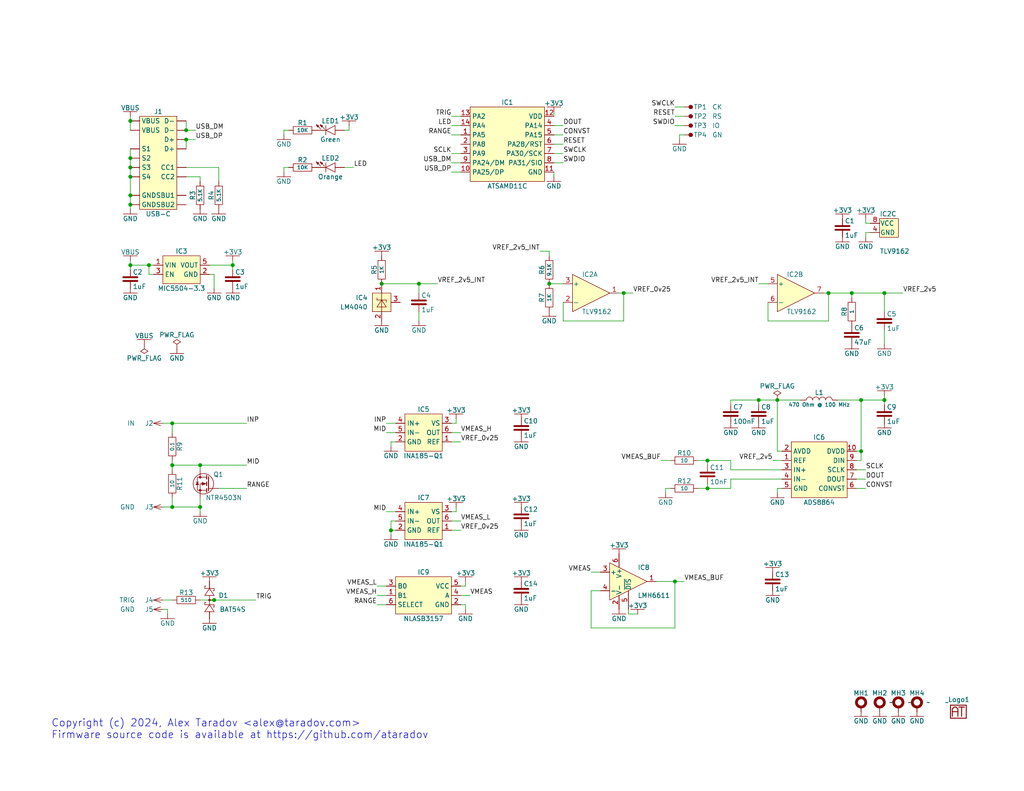
<source format=kicad_sch>
(kicad_sch (version 20231120) (generator "eeschema") (generator_version "8.0")
  (paper "USLetter")
  (title_block (date "2024-09-08") (rev "2"))
  (lib_symbols
    (symbol "ataradov_analog:ADS8864"
      (property "Reference" "IC" (at 0 8.89 0))
      (property "Value" "ADS8864" (at 0 -8.89 0))
      (symbol "ADS8864_1_0"
        (pin input line (at -10.16 2.54 0) (length 2.54) (name "REF") (number "1"))
        (pin power_in line (at 10.16 5.08 180) (length 2.54) (name "DVDD") (number "10"))
        (pin power_in line (at -10.16 5.08 0) (length 2.54) (name "AVDD") (number "2"))
        (pin input line (at -10.16 0 0) (length 2.54) (name "IN+") (number "3"))
        (pin input line (at -10.16 -2.54 0) (length 2.54) (name "IN-") (number "4"))
        (pin power_in line (at -10.16 -5.08 0) (length 2.54) (name "GND") (number "5"))
        (pin input line (at 10.16 -5.08 180) (length 2.54) (name "CONVST") (number "6"))
        (pin output line (at 10.16 -2.54 180) (length 2.54) (name "DOUT") (number "7"))
        (pin input line (at 10.16 0 180) (length 2.54) (name "SCLK") (number "8"))
        (pin input line (at 10.16 2.54 180) (length 2.54) (name "DIN") (number "9"))
      )
    )
    (symbol "ataradov_analog:INA185-Q1"
      (property "Reference" "IC" (at 0 6.35 0))
      (property "Value" "INA185-Q1" (at 0 -6.35 0))
      (symbol "INA185-Q1_1_0"
        (pin input line (at 7.62 -2.54 180) (length 2.54) (name "REF") (number "1"))
        (pin power_in line (at -7.62 -2.54 0) (length 2.54) (name "GND") (number "2"))
        (pin power_in line (at 7.62 2.54 180) (length 2.54) (name "VS") (number "3"))
        (pin input line (at -7.62 2.54 0) (length 2.54) (name "IN+") (number "4"))
        (pin input line (at -7.62 0 0) (length 2.54) (name "IN-") (number "5"))
        (pin output line (at 7.62 0 180) (length 2.54) (name "OUT") (number "6"))
      )
    )
    (symbol "ataradov_analog:LM4040" (pin_names (offset 1.016) hide)
      (property "Reference" "IC" (at -3.81 1.27 0))
      (property "Value" "LM4040" (at -3.81 -1.27 0))
      (symbol "LM4040_1_1"
        (pin passive line (at 0 5.08 270) (length 2.54) (name "K") (number "1"))
        (pin passive line (at 0 -5.08 90) (length 2.54) (name "A") (number "2"))
        (pin passive line (at 5.08 0 180) (length 2.54) (name "A*") (number "3"))
      )
    )
    (symbol "ataradov_analog:LMH6611" (pin_names (offset 0.127))
      (property "Reference" "IC" (at 2.54 3.81 0))
      (property "Value" "LMH6611" (at 2.54 -3.81 0))
      (symbol "LMH6611_1_1"
        (pin output line (at 7.62 0 180) (length 2.54) (name "~") (number "1"))
        (pin power_in line (at -2.54 -7.62 90) (length 3.81) (name "V-") (number "2"))
        (pin input line (at -7.62 2.54 0) (length 2.54) (name "+") (number "3"))
        (pin input line (at -7.62 -2.54 0) (length 2.54) (name "-") (number "4"))
        (pin input line (at 0 -7.62 90) (length 5.08) (name "~{DIS}") (number "5"))
        (pin power_in line (at -2.54 7.62 270) (length 3.81) (name "V+") (number "6"))
      )
    )
    (symbol "ataradov_analog:TLV9162" (pin_names (offset 0.127))
      (property "Reference" "IC" (at -2.54 5.08 0))
      (property "Value" "TLV9162" (at -2.54 -5.08 0))
      (symbol "TLV9162_1_1"
        (pin output line (at 7.62 0 180) (length 2.54) (name "~") (number "1"))
        (pin input line (at -7.62 -2.54 0) (length 2.54) (name "-") (number "2"))
        (pin input line (at -7.62 2.54 0) (length 2.54) (name "+") (number "3"))
      )
      (symbol "TLV9162_2_1"
        (pin input line (at -7.62 2.54 0) (length 2.54) (name "+") (number "5"))
        (pin input line (at -7.62 -2.54 0) (length 2.54) (name "-") (number "6"))
        (pin output line (at 7.62 0 180) (length 2.54) (name "~") (number "7"))
      )
      (symbol "TLV9162_3_1"
        (pin power_in line (at -5.08 0 0) (length 2.54) (name "GND") (number "4"))
        (pin power_in line (at -5.08 2.54 0) (length 2.54) (name "VCC") (number "8"))
      )
    )
    (symbol "ataradov_conn:Conn-Single" (pin_numbers hide) (pin_names hide)
      (property "Reference" "J?" (at 2.54 0 0))
      (property "Value" "Conn-Single" (at 7.62 0 0))
      (symbol "Conn-Single_1_1"
        (pin passive line (at 0 0 0) (length 2.54) (name "1") (number "1"))
      )
    )
    (symbol "ataradov_conn:USB-C" (pin_numbers hide)
      (property "Reference" "J?" (at 0 12.7 0))
      (property "Value" "USB-C" (at 0 -15.24 0))
      (symbol "USB-C_1_1"
        (pin bidirectional line (at 7.62 -2.54 180) (length 2.54) (name "CC1") (number "CC1"))
        (pin bidirectional line (at 7.62 -5.08 180) (length 2.54) (name "CC2") (number "CC2"))
        (pin bidirectional line (at 7.62 5.08 180) (length 2.54) (name "D+") (number "D+1"))
        (pin bidirectional line (at 7.62 2.54 180) (length 2.54) (name "D+") (number "D+2"))
        (pin bidirectional line (at 7.62 10.16 180) (length 2.54) (name "D-") (number "D-1"))
        (pin bidirectional line (at 7.62 7.62 180) (length 2.54) (name "D-") (number "D-2"))
        (pin passive line (at -7.62 -10.16 0) (length 2.54) (name "GND") (number "GND1"))
        (pin passive line (at -7.62 -12.7 0) (length 2.54) (name "GND") (number "GND2"))
        (pin passive line (at -7.62 2.54 0) (length 2.54) (name "S1") (number "S1"))
        (pin passive line (at -7.62 0 0) (length 2.54) (name "S2") (number "S2"))
        (pin passive line (at -7.62 -2.54 0) (length 2.54) (name "S3") (number "S3"))
        (pin passive line (at -7.62 -5.08 0) (length 2.54) (name "S4") (number "S4"))
        (pin bidirectional line (at 7.62 -10.16 180) (length 2.54) (name "SBU1") (number "SBU1"))
        (pin bidirectional line (at 7.62 -12.7 180) (length 2.54) (name "SBU2") (number "SBU2"))
        (pin passive line (at -7.62 10.16 0) (length 2.54) (name "VBUS") (number "VBUS1"))
        (pin passive line (at -7.62 7.62 0) (length 2.54) (name "VBUS") (number "VBUS2"))
      )
    )
    (symbol "ataradov_ic:NLASB3157"
      (property "Reference" "IC?" (at 0 6.35 0))
      (property "Value" "NLASB3157" (at 0 -6.35 0))
      (symbol "NLASB3157_1_0"
        (pin passive line (at -10.16 0 0) (length 2.54) (name "B1") (number "1"))
        (pin power_in line (at 10.16 -2.54 180) (length 2.54) (name "GND") (number "2"))
        (pin passive line (at -10.16 2.54 0) (length 2.54) (name "B0") (number "3"))
        (pin passive line (at 10.16 0 180) (length 2.54) (name "A") (number "4"))
        (pin power_in line (at 10.16 2.54 180) (length 2.54) (name "VCC") (number "5"))
        (pin input line (at -10.16 -2.54 0) (length 2.54) (name "SELECT") (number "6"))
      )
    )
    (symbol "ataradov_led:LED" (pin_numbers hide) (pin_names (offset 1.016) hide)
      (property "Reference" "LED" (at 0 2.54 0))
      (property "Value" "LED" (at 0 -2.54 0))
      (symbol "LED_1_1"
        (pin passive line (at -3.81 0 0) (length 2.54) (name "A") (number "1"))
        (pin passive line (at 3.81 0 180) (length 2.54) (name "K") (number "2"))
      )
    )
    (symbol "ataradov_mcu:ATSAMD11C"
      (property "Reference" "IC?" (at 0 11.43 0))
      (property "Value" "ATSAMD11C" (at 0 -11.43 0))
      (symbol "ATSAMD11C_1_1"
        (pin bidirectional line (at -12.7 2.54 0) (length 2.54) (name "PA5") (number "1"))
        (pin bidirectional line (at -12.7 -7.62 0) (length 2.54) (name "PA25/DP") (number "10"))
        (pin power_in line (at 12.7 -7.62 180) (length 2.54) (name "GND") (number "11"))
        (pin power_in line (at 12.7 7.62 180) (length 2.54) (name "VDD") (number "12"))
        (pin bidirectional line (at -12.7 7.62 0) (length 2.54) (name "PA2") (number "13"))
        (pin bidirectional line (at -12.7 5.08 0) (length 2.54) (name "PA4") (number "14"))
        (pin bidirectional line (at -12.7 0 0) (length 2.54) (name "PA8") (number "2"))
        (pin bidirectional line (at -12.7 -2.54 0) (length 2.54) (name "PA9") (number "3"))
        (pin bidirectional line (at 12.7 5.08 180) (length 2.54) (name "PA14") (number "4"))
        (pin bidirectional line (at 12.7 2.54 180) (length 2.54) (name "PA15") (number "5"))
        (pin bidirectional line (at 12.7 0 180) (length 2.54) (name "PA28/RST") (number "6"))
        (pin bidirectional line (at 12.7 -2.54 180) (length 2.54) (name "PA30/SCK") (number "7"))
        (pin bidirectional line (at 12.7 -5.08 180) (length 2.54) (name "PA31/SIO") (number "8"))
        (pin bidirectional line (at -12.7 -5.08 0) (length 2.54) (name "PA24/DM") (number "9"))
      )
    )
    (symbol "ataradov_misc:Logo" (pin_numbers hide) (pin_names (offset 0) hide)
      (property "Reference" "Logo?" (at 0 3.302 0))
    )
    (symbol "ataradov_misc:MH" (pin_numbers hide) (pin_names hide)
      (property "Reference" "MH?" (at 0 2.54 0))
      (symbol "MH_1_1"
        (pin passive line (at 0 -2.54 90) (length 1.27) (name "1") (number "1"))
      )
    )
    (symbol "ataradov_misc:TestPoint" (pin_numbers hide) (pin_names hide)
      (property "Reference" "TP?" (at 2.54 0 0))
      (property "Value" "TestPoint" (at 7.62 0 0))
      (symbol "TestPoint_1_1"
        (pin passive line (at 0 0 0) (length 1.78) (name "1") (number "1"))
      )
    )
    (symbol "ataradov_pwr:+3V3" (power) (pin_names (offset 0))
      (property "Value" "+3V3" (at 0 2.286 0))
      (symbol "+3V3_1_1"
        (pin power_in line (at 0 0 90) (length 0) hide (name "+3V3") (number "1"))
      )
    )
    (symbol "ataradov_pwr:GND" (power) (pin_names (offset 0))
      (property "Value" "GND" (at 0 -2.54 0))
      (symbol "GND_1_1"
        (pin power_in line (at 0 0 270) (length 0) hide (name "GND") (number "1"))
      )
    )
    (symbol "ataradov_pwr:VBUS" (power) (pin_names (offset 0))
      (property "Value" "VBUS" (at 0 2.286 0))
      (symbol "VBUS_1_1"
        (pin power_in line (at 0 0 90) (length 0) hide (name "VBUS") (number "1"))
      )
    )
    (symbol "ataradov_rlc:C" (pin_numbers hide) (pin_names hide)
      (property "Reference" "C?" (at 0.635 1.905 0))
      (property "Value" "C" (at 0.635 -2.032 0))
      (symbol "C_1_1"
        (pin passive line (at 0 -2.54 90) (length 1.905) (name "1") (number "1"))
        (pin passive line (at 0 2.54 270) (length 1.905) (name "2") (number "2"))
      )
    )
    (symbol "ataradov_rlc:L" (pin_numbers hide) (pin_names hide)
      (property "Reference" "L?" (at 0 2.032 0))
      (property "Value" "L" (at 0 -1.27 0))
      (symbol "L_1_1"
        (pin passive line (at -5.08 0 0) (length 1.52) (name "1") (number "1"))
        (pin passive line (at 5.08 0 180) (length 1.52) (name "2") (number "2"))
      )
    )
    (symbol "ataradov_rlc:R" (pin_numbers hide) (pin_names hide)
      (property "Reference" "R" (at 0 2.032 0))
      (property "Value" "R" (at 0 0 0))
      (symbol "R_1_1"
        (pin passive line (at -3.81 0 0) (length 1.27) (name "1") (number "1"))
        (pin passive line (at 3.81 0 180) (length 1.27) (name "2") (number "2"))
      )
    )
    (symbol "ataradov_semi:BAT54S" (pin_numbers hide) (pin_names (offset 1.016))
      (property "Reference" "D?" (at 0 4.445 0))
      (property "Value" "BAT54S" (at 0 2.54 0))
      (symbol "BAT54S_1_1"
        (pin passive line (at -5.08 0 0) (length 1.905) (name "~") (number "1"))
        (pin passive line (at 5.08 0 180) (length 1.905) (name "~") (number "2"))
        (pin passive line (at 0 -1.27 90) (length 1.27) (name "~") (number "3"))
      )
    )
    (symbol "ataradov_semi:NTR4503N" (pin_numbers hide) (pin_names hide)
      (property "Reference" "Q?" (at 5.08 1.905 0))
      (property "Value" "NTR4503N" (at 5.08 0 0))
      (symbol "NTR4503N_1_1"
        (pin input line (at -2.54 -1.27 0) (length 2.794) (name "G") (number "1"))
        (pin passive line (at 2.54 -3.81 90) (length 1.27) (name "S") (number "2"))
        (pin passive line (at 2.54 3.81 270) (length 1.27) (name "D") (number "3"))
      )
    )
    (symbol "ataradov_vreg:MIC5504"
      (property "Reference" "IC?" (at 0 3.81 0))
      (property "Value" "MIC5504" (at 0 -6.35 0))
      (symbol "MIC5504_1_1"
        (pin power_in line (at -7.62 0 0) (length 2.54) (name "VIN") (number "1"))
        (pin power_in line (at 7.62 -2.54 180) (length 2.54) (name "GND") (number "2"))
        (pin input line (at -7.62 -2.54 0) (length 2.54) (name "EN") (number "3"))
        (pin no_connect line (at 11.43 -6.35 180) (length 2.54) hide (name "NC") (number "4"))
        (pin power_out line (at 7.62 0 180) (length 2.54) (name "VOUT") (number "5"))
      )
    )
    (symbol "power:PWR_FLAG" (power) (pin_numbers hide) (pin_names (offset 0) hide)
      (property "Value" "PWR_FLAG" (at 0 3.81 0))
      (symbol "PWR_FLAG_0_0"
        (pin power_out line (at 0 0 90) (length 0) (name "~") (number "1"))
      )
    )
  )
  (junction (at 193.04 125.73))
  (junction (at 234.95 123.19))
  (junction (at 232.41 80.01))
  (junction (at 46.99 138.43))
  (junction (at 35.56 33.02))
  (junction (at 40.64 72.39))
  (junction (at 104.14 77.47))
  (junction (at 35.56 45.72))
  (junction (at 54.61 138.43))
  (junction (at 35.56 53.34))
  (junction (at 106.68 144.78))
  (junction (at 58.42 163.83))
  (junction (at 35.56 55.88))
  (junction (at 226.06 80.01))
  (junction (at 193.04 133.35))
  (junction (at 54.61 127))
  (junction (at 212.09 109.22))
  (junction (at 149.86 77.47))
  (junction (at 50.8 38.1))
  (junction (at 207.01 109.22))
  (junction (at 63.5 72.39))
  (junction (at 35.56 72.39))
  (junction (at 170.18 80.01))
  (junction (at 35.56 48.26))
  (junction (at 241.3 80.01))
  (junction (at 35.56 43.18))
  (junction (at 50.8 35.56))
  (junction (at 184.15 158.75))
  (junction (at 114.3 77.47))
  (junction (at 241.3 109.22))
  (junction (at 46.99 115.57))
  (junction (at 234.95 109.22))
  (junction (at 46.99 127))
  (wire (pts (xy 35.56 73.66) (xy 35.56 72.39)))
  (wire (pts (xy 232.41 80.01) (xy 232.41 81.28)))
  (wire (pts (xy 147.32 68.58) (xy 149.86 68.58)))
  (wire (pts (xy 193.04 132.08) (xy 193.04 133.35)))
  (wire (pts (xy 77.47 45.72) (xy 78.74 45.72)))
  (wire (pts (xy 44.45 138.43) (xy 46.99 138.43)))
  (wire (pts (xy 212.09 133.35) (xy 212.09 134.62)))
  (wire (pts (xy 151.13 30.48) (xy 151.13 31.75)))
  (wire (pts (xy 44.45 166.37) (xy 45.72 166.37)))
  (wire (pts (xy 181.61 133.35) (xy 181.61 134.62)))
  (wire (pts (xy 161.29 161.29) (xy 161.29 171.45)))
  (wire (pts (xy 123.19 115.57) (xy 124.46 115.57)))
  (wire (pts (xy 35.56 43.18) (xy 35.56 45.72)))
  (wire (pts (xy 153.67 82.55) (xy 153.67 87.63)))
  (wire (pts (xy 50.8 33.02) (xy 50.8 35.56)))
  (wire (pts (xy 107.95 142.24) (xy 106.68 142.24)))
  (wire (pts (xy 35.56 53.34) (xy 35.56 55.88)))
  (wire (pts (xy 168.91 80.01) (xy 170.18 80.01)))
  (wire (pts (xy 186.69 29.21) (xy 184.15 29.21)))
  (wire (pts (xy 105.41 118.11) (xy 107.95 118.11)))
  (wire (pts (xy 212.09 109.22) (xy 218.44 109.22)))
  (wire (pts (xy 54.61 135.89) (xy 54.61 138.43)))
  (wire (pts (xy 45.72 166.37) (xy 45.72 167.64)))
  (wire (pts (xy 57.15 74.93) (xy 58.42 74.93)))
  (wire (pts (xy 50.8 38.1) (xy 53.34 38.1)))
  (wire (pts (xy 212.09 109.22) (xy 212.09 123.19)))
  (wire (pts (xy 241.3 110.49) (xy 241.3 109.22)))
  (wire (pts (xy 184.15 171.45) (xy 184.15 158.75)))
  (wire (pts (xy 234.95 109.22) (xy 234.95 123.19)))
  (wire (pts (xy 44.45 115.57) (xy 46.99 115.57)))
  (wire (pts (xy 127 158.75) (xy 127 160.02)))
  (wire (pts (xy 35.56 72.39) (xy 40.64 72.39)))
  (wire (pts (xy 193.04 133.35) (xy 199.39 133.35)))
  (wire (pts (xy 170.18 80.01) (xy 172.72 80.01)))
  (wire (pts (xy 213.36 133.35) (xy 212.09 133.35)))
  (wire (pts (xy 233.68 133.35) (xy 236.22 133.35)))
  (wire (pts (xy 199.39 125.73) (xy 193.04 125.73)))
  (wire (pts (xy 224.79 80.01) (xy 226.06 80.01)))
  (wire (pts (xy 46.99 127) (xy 46.99 125.73)))
  (wire (pts (xy 54.61 48.26) (xy 54.61 49.53)))
  (wire (pts (xy 163.83 161.29) (xy 161.29 161.29)))
  (wire (pts (xy 123.19 139.7) (xy 124.46 139.7)))
  (wire (pts (xy 241.3 93.98) (xy 241.3 90.17)))
  (wire (pts (xy 123.19 41.91) (xy 125.73 41.91)))
  (wire (pts (xy 123.19 36.83) (xy 125.73 36.83)))
  (wire (pts (xy 234.95 109.22) (xy 241.3 109.22)))
  (wire (pts (xy 151.13 39.37) (xy 153.67 39.37)))
  (wire (pts (xy 127 165.1) (xy 127 166.37)))
  (wire (pts (xy 237.49 63.5) (xy 236.22 63.5)))
  (wire (pts (xy 161.29 171.45) (xy 184.15 171.45)))
  (wire (pts (xy 149.86 77.47) (xy 153.67 77.47)))
  (wire (pts (xy 226.06 80.01) (xy 226.06 87.63)))
  (wire (pts (xy 170.18 80.01) (xy 170.18 87.63)))
  (wire (pts (xy 46.99 127) (xy 54.61 127)))
  (wire (pts (xy 180.34 125.73) (xy 182.88 125.73)))
  (wire (pts (xy 54.61 163.83) (xy 58.42 163.83)))
  (wire (pts (xy 190.5 133.35) (xy 193.04 133.35)))
  (wire (pts (xy 190.5 125.73) (xy 193.04 125.73)))
  (wire (pts (xy 226.06 87.63) (xy 209.55 87.63)))
  (wire (pts (xy 46.99 115.57) (xy 46.99 118.11)))
  (wire (pts (xy 207.01 109.22) (xy 207.01 110.49)))
  (wire (pts (xy 114.3 87.63) (xy 114.3 85.09)))
  (wire (pts (xy 93.98 35.56) (xy 95.25 35.56)))
  (wire (pts (xy 193.04 125.73) (xy 193.04 127)))
  (wire (pts (xy 46.99 115.57) (xy 67.31 115.57)))
  (wire (pts (xy 44.45 163.83) (xy 46.99 163.83)))
  (wire (pts (xy 77.47 35.56) (xy 78.74 35.56)))
  (wire (pts (xy 123.19 34.29) (xy 125.73 34.29)))
  (wire (pts (xy 124.46 138.43) (xy 124.46 139.7)))
  (wire (pts (xy 63.5 73.66) (xy 63.5 72.39)))
  (wire (pts (xy 233.68 128.27) (xy 236.22 128.27)))
  (wire (pts (xy 179.07 158.75) (xy 184.15 158.75)))
  (wire (pts (xy 182.88 133.35) (xy 181.61 133.35)))
  (wire (pts (xy 151.13 44.45) (xy 153.67 44.45)))
  (wire (pts (xy 41.91 74.93) (xy 40.64 74.93)))
  (wire (pts (xy 50.8 45.72) (xy 59.69 45.72)))
  (wire (pts (xy 199.39 128.27) (xy 213.36 128.27)))
  (wire (pts (xy 105.41 115.57) (xy 107.95 115.57)))
  (wire (pts (xy 59.69 45.72) (xy 59.69 49.53)))
  (wire (pts (xy 40.64 72.39) (xy 40.64 74.93)))
  (wire (pts (xy 237.49 60.96) (xy 236.22 60.96)))
  (wire (pts (xy 151.13 36.83) (xy 153.67 36.83)))
  (wire (pts (xy 105.41 139.7) (xy 107.95 139.7)))
  (wire (pts (xy 59.69 133.35) (xy 67.31 133.35)))
  (wire (pts (xy 199.39 133.35) (xy 199.39 130.81)))
  (wire (pts (xy 186.69 31.75) (xy 184.15 31.75)))
  (wire (pts (xy 241.3 80.01) (xy 241.3 85.09)))
  (wire (pts (xy 58.42 163.83) (xy 69.85 163.83)))
  (wire (pts (xy 210.82 125.73) (xy 213.36 125.73)))
  (wire (pts (xy 213.36 123.19) (xy 212.09 123.19)))
  (wire (pts (xy 106.68 142.24) (xy 106.68 144.78)))
  (wire (pts (xy 107.95 144.78) (xy 106.68 144.78)))
  (wire (pts (xy 151.13 46.99) (xy 151.13 48.26)))
  (wire (pts (xy 185.42 36.83) (xy 185.42 38.1)))
  (wire (pts (xy 40.64 72.39) (xy 41.91 72.39)))
  (wire (pts (xy 199.39 109.22) (xy 207.01 109.22)))
  (wire (pts (xy 107.95 120.65) (xy 106.68 120.65)))
  (wire (pts (xy 50.8 35.56) (xy 53.34 35.56)))
  (wire (pts (xy 228.6 109.22) (xy 234.95 109.22)))
  (wire (pts (xy 77.47 36.83) (xy 77.47 35.56)))
  (wire (pts (xy 171.45 167.64) (xy 173.99 167.64)))
  (wire (pts (xy 54.61 138.43) (xy 46.99 138.43)))
  (wire (pts (xy 236.22 63.5) (xy 236.22 64.77)))
  (wire (pts (xy 35.56 71.12) (xy 35.56 72.39)))
  (wire (pts (xy 35.56 55.88) (xy 35.56 57.15)))
  (wire (pts (xy 57.15 72.39) (xy 63.5 72.39)))
  (wire (pts (xy 199.39 128.27) (xy 199.39 125.73)))
  (wire (pts (xy 125.73 165.1) (xy 127 165.1)))
  (wire (pts (xy 153.67 87.63) (xy 170.18 87.63)))
  (wire (pts (xy 209.55 82.55) (xy 209.55 87.63)))
  (wire (pts (xy 233.68 125.73) (xy 234.95 125.73)))
  (wire (pts (xy 104.14 77.47) (xy 114.3 77.47)))
  (wire (pts (xy 149.86 68.58) (xy 149.86 69.85)))
  (wire (pts (xy 123.19 44.45) (xy 125.73 44.45)))
  (wire (pts (xy 106.68 120.65) (xy 106.68 121.92)))
  (wire (pts (xy 106.68 144.78) (xy 106.68 146.05)))
  (wire (pts (xy 54.61 138.43) (xy 54.61 139.7)))
  (wire (pts (xy 125.73 160.02) (xy 127 160.02)))
  (wire (pts (xy 199.39 110.49) (xy 199.39 109.22)))
  (wire (pts (xy 207.01 77.47) (xy 209.55 77.47)))
  (wire (pts (xy 35.56 33.02) (xy 35.56 35.56)))
  (wire (pts (xy 236.22 59.69) (xy 236.22 60.96)))
  (wire (pts (xy 93.98 45.72) (xy 96.52 45.72)))
  (wire (pts (xy 234.95 123.19) (xy 234.95 125.73)))
  (wire (pts (xy 50.8 38.1) (xy 50.8 40.64)))
  (wire (pts (xy 233.68 123.19) (xy 234.95 123.19)))
  (wire (pts (xy 125.73 162.56) (xy 128.27 162.56)))
  (wire (pts (xy 226.06 80.01) (xy 232.41 80.01)))
  (wire (pts (xy 54.61 127) (xy 67.31 127)))
  (wire (pts (xy 123.19 120.65) (xy 125.73 120.65)))
  (wire (pts (xy 58.42 74.93) (xy 58.42 78.74)))
  (wire (pts (xy 54.61 127) (xy 54.61 128.27)))
  (wire (pts (xy 184.15 158.75) (xy 186.69 158.75)))
  (wire (pts (xy 207.01 109.22) (xy 212.09 109.22)))
  (wire (pts (xy 77.47 46.99) (xy 77.47 45.72)))
  (wire (pts (xy 232.41 80.01) (xy 241.3 80.01)))
  (wire (pts (xy 46.99 127) (xy 46.99 128.27)))
  (wire (pts (xy 95.25 35.56) (xy 95.25 34.29)))
  (wire (pts (xy 102.87 162.56) (xy 105.41 162.56)))
  (wire (pts (xy 123.19 118.11) (xy 125.73 118.11)))
  (wire (pts (xy 35.56 45.72) (xy 35.56 48.26)))
  (wire (pts (xy 151.13 41.91) (xy 153.67 41.91)))
  (wire (pts (xy 186.69 36.83) (xy 185.42 36.83)))
  (wire (pts (xy 171.45 166.37) (xy 171.45 167.64)))
  (wire (pts (xy 63.5 71.12) (xy 63.5 72.39)))
  (wire (pts (xy 161.29 156.21) (xy 163.83 156.21)))
  (wire (pts (xy 50.8 48.26) (xy 54.61 48.26)))
  (wire (pts (xy 241.3 80.01) (xy 246.38 80.01)))
  (wire (pts (xy 35.56 48.26) (xy 35.56 53.34)))
  (wire (pts (xy 123.19 142.24) (xy 125.73 142.24)))
  (wire (pts (xy 102.87 160.02) (xy 105.41 160.02)))
  (wire (pts (xy 102.87 165.1) (xy 105.41 165.1)))
  (wire (pts (xy 233.68 130.81) (xy 236.22 130.81)))
  (wire (pts (xy 46.99 135.89) (xy 46.99 138.43)))
  (wire (pts (xy 114.3 77.47) (xy 114.3 80.01)))
  (wire (pts (xy 151.13 34.29) (xy 153.67 34.29)))
  (wire (pts (xy 114.3 77.47) (xy 119.38 77.47)))
  (wire (pts (xy 199.39 130.81) (xy 213.36 130.81)))
  (wire (pts (xy 35.56 40.64) (xy 35.56 43.18)))
  (wire (pts (xy 124.46 114.3) (xy 124.46 115.57)))
  (wire (pts (xy 186.69 34.29) (xy 184.15 34.29)))
  (wire (pts (xy 123.19 31.75) (xy 125.73 31.75)))
  (wire (pts (xy 241.3 109.22) (xy 241.3 107.95)))
  (wire (pts (xy 35.56 31.75) (xy 35.56 33.02)))
  (wire (pts (xy 123.19 46.99) (xy 125.73 46.99)))
  (wire (pts (xy 123.19 144.78) (xy 125.73 144.78)))
  (text "Copyright (c) 2024, Alex Taradov <alex@taradov.com>\nFirmware source code is available at https://github.com/ataradov" (at 13.97 201.93 0) (effects (font (size 2 2)) (justify left bottom)))
  (label "DOUT" (at 236.22 130.81 0))
  (label "VMEAS_BUF" (at 180.34 125.73 180))
  (label "VREF_2v5_INT" (at 207.01 77.47 180))
  (label "VREF_2v5_INT" (at 119.38 77.47 0))
  (label "VREF_0v25" (at 125.73 120.65 0))
  (label "TRIG" (at 123.19 31.75 180))
  (label "SWCLK" (at 184.15 29.21 180))
  (label "RANGE" (at 123.19 36.83 180))
  (label "DOUT" (at 153.67 34.29 0))
  (label "USB_DP" (at 53.34 38.1 0))
  (label "INP" (at 67.31 115.57 0))
  (label "VREF_0v25" (at 125.73 144.78 0))
  (label "VMEAS_L" (at 102.87 160.02 180))
  (label "VMEAS_BUF" (at 186.69 158.75 0))
  (label "VMEAS_L" (at 125.73 142.24 0))
  (label "USB_DP" (at 123.19 46.99 180))
  (label "RESET" (at 184.15 31.75 180))
  (label "MID" (at 67.31 127 0))
  (label "SWDIO" (at 184.15 34.29 180))
  (label "LED" (at 96.52 45.72 0))
  (label "VREF_2v5" (at 210.82 125.73 180))
  (label "VMEAS" (at 128.27 162.56 0))
  (label "USB_DM" (at 53.34 35.56 0))
  (label "RESET" (at 153.67 39.37 0))
  (label "SWCLK" (at 153.67 41.91 0))
  (label "SCLK" (at 236.22 128.27 0))
  (label "CONVST" (at 236.22 133.35 0))
  (label "SWDIO" (at 153.67 44.45 0))
  (label "INP" (at 105.41 115.57 180))
  (label "MID" (at 105.41 118.11 180))
  (label "MID" (at 105.41 139.7 180))
  (label "VREF_2v5" (at 246.38 80.01 0))
  (label "VMEAS_H" (at 125.73 118.11 0))
  (label "VMEAS_H" (at 102.87 162.56 180))
  (label "VREF_2v5_INT" (at 147.32 68.58 180))
  (label "LED" (at 123.19 34.29 180))
  (label "CONVST" (at 153.67 36.83 0))
  (label "VMEAS" (at 161.29 156.21 180))
  (label "VREF_0v25" (at 172.72 80.01 0))
  (label "RANGE" (at 102.87 165.1 180))
  (label "SCLK" (at 123.19 41.91 180))
  (label "USB_DM" (at 123.19 44.45 180))
  (label "RANGE" (at 67.31 133.35 0))
  (label "TRIG" (at 69.85 163.83 0))
  (symbol (lib_id "ataradov_analog:TLV9162") (at 242.57 63.5 0) (unit 3)
    (property "Reference" "IC2" (at 240.03 58.42 0) (effects (justify left)))
    (property "Value" "TLV9162" (at 240.03 68.58 0) (effects (justify left)))
    (property "Footprint" "ataradov_ic:SO-8" (effects (hide yes)))
  )
  (symbol (lib_id "ataradov_pwr:+3V3") (at 241.3 107.95 0) (unit 1)
    (property "Reference" "#PWR028" (effects (hide yes)))
    (property "Value" "+3V3" (at 241.3 105.664 0))
  )
  (symbol (lib_id "ataradov_analog:INA185-Q1") (at 115.57 142.24 0) (unit 1)
    (property "Reference" "IC7" (at 115.57 135.89 0))
    (property "Value" "INA185-Q1" (at 115.57 148.59 0))
    (property "Footprint" "ataradov_ic:SOT-363(SC-70-6)" (effects (hide yes)))
  )
  (symbol (lib_id "ataradov_rlc:C") (at 63.5 76.2 0) (unit 1)
    (property "Reference" "C3" (at 64.135 74.295 0) (effects (justify left)))
    (property "Value" "1uF" (at 64.135 78.232 0) (effects (justify left)))
    (property "Footprint" "ataradov_smd:0603" (effects (hide yes)))
  )
  (symbol (lib_id "ataradov_pwr:GND") (at 45.72 167.64 0) (unit 1)
    (property "Reference" "#PWR052" (effects (hide yes)))
    (property "Value" "GND" (at 45.72 170.18 0))
  )
  (symbol (lib_id "ataradov_pwr:GND") (at 77.47 36.83 0) (unit 1)
    (property "Reference" "#PWR04" (effects (hide yes)))
    (property "Value" "GND" (at 77.47 39.37 0))
  )
  (symbol (lib_id "ataradov_vreg:MIC5504") (at 49.53 72.39 0) (unit 1)
    (property "Reference" "IC3" (at 49.53 68.58 0))
    (property "Value" "MIC5504-3.3" (at 49.53 78.74 0))
    (property "Footprint" "ataradov_ic:SOT-23-5" (effects (hide yes)))
  )
  (symbol (lib_id "ataradov_pwr:GND") (at 106.68 121.92 0) (unit 1)
    (property "Reference" "#PWR035" (effects (hide yes)))
    (property "Value" "GND" (at 106.68 124.46 0))
  )
  (symbol (lib_id "ataradov_pwr:GND") (at 241.3 93.98 0) (unit 1)
    (property "Reference" "#PWR026" (effects (hide yes)))
    (property "Value" "GND" (at 241.3 96.52 0))
  )
  (symbol (lib_id "ataradov_conn:Conn-Single") (at 44.45 166.37 0) (mirror y) (unit 1)
    (property "Reference" "J5" (at 41.91 166.37 0) (effects (justify left)))
    (property "Value" "GND" (at 36.83 166.37 0) (effects (justify left)))
    (property "Footprint" "ataradov_conn:Pin-2.54mm" (effects (hide yes)))
  )
  (symbol (lib_id "ataradov_analog:ADS8864") (at 223.52 128.27 0) (unit 1)
    (property "Reference" "IC6" (at 223.52 119.38 0))
    (property "Value" "ADS8864" (at 223.52 137.16 0))
    (property "Footprint" "ataradov_ic:MSOP-10-0.5mm" (effects (hide yes)))
  )
  (symbol (lib_id "ataradov_pwr:+3V3") (at 124.46 138.43 0) (unit 1)
    (property "Reference" "#PWR038" (effects (hide yes)))
    (property "Value" "+3V3" (at 124.46 136.144 0))
  )
  (symbol (lib_id "ataradov_conn:Conn-Single") (at 44.45 138.43 0) (mirror y) (unit 1)
    (property "Reference" "J3" (at 41.91 138.43 0) (effects (justify left)))
    (property "Value" "GND" (at 36.83 138.43 0) (effects (justify left)))
    (property "Footprint" "ataradov_conn:Pin-2.54mm" (effects (hide yes)))
  )
  (symbol (lib_id "ataradov_pwr:GND") (at 63.5 78.74 0) (unit 1)
    (property "Reference" "#PWR020" (effects (hide yes)))
    (property "Value" "GND" (at 63.5 81.28 0))
  )
  (symbol (lib_id "ataradov_pwr:GND") (at 59.69 57.15 0) (unit 1)
    (property "Reference" "#PWR010" (effects (hide yes)))
    (property "Value" "GND" (at 59.69 59.69 0))
  )
  (symbol (lib_id "ataradov_rlc:R") (at 82.55 45.72 0) (unit 1)
    (property "Reference" "R2" (at 82.55 43.688 0))
    (property "Value" "10K" (at 82.55 45.72 0) (effects (font (size 1.016 1.016))))
    (property "Footprint" "ataradov_smd:0603" (effects (hide yes)))
  )
  (symbol (lib_id "ataradov_semi:BAT54S") (at 57.15 163.83 90) (unit 1)
    (property "Reference" "D1" (at 60.96 162.56 90))
    (property "Value" "BAT54S" (at 63.5 166.37 90))
    (property "Footprint" "ataradov_ic:SOT-23" (effects (hide yes)))
  )
  (symbol (lib_id "ataradov_rlc:R") (at 149.86 73.66 90) (unit 1)
    (property "Reference" "R6" (at 147.828 73.66 0))
    (property "Value" "9.1K" (at 149.86 73.66 0) (effects (font (size 1.016 1.016))))
    (property "Footprint" "ataradov_smd:0603" (effects (hide yes)))
  )
  (symbol (lib_id "ataradov_pwr:+3V3") (at 229.87 59.69 0) (unit 1)
    (property "Reference" "#PWR011" (effects (hide yes)))
    (property "Value" "+3V3" (at 229.87 57.404 0))
  )
  (symbol (lib_id "ataradov_pwr:GND") (at 250.19 194.31 0) (unit 1)
    (property "Reference" "#PWR058" (effects (hide yes)))
    (property "Value" "GND" (at 250.19 196.85 0))
  )
  (symbol (lib_id "ataradov_pwr:GND") (at 207.01 115.57 0) (unit 1)
    (property "Reference" "#PWR032" (effects (hide yes)))
    (property "Value" "GND" (at 207.01 118.11 0))
  )
  (symbol (lib_id "ataradov_pwr:GND") (at 234.95 194.31 0) (unit 1)
    (property "Reference" "#PWR055" (effects (hide yes)))
    (property "Value" "GND" (at 234.95 196.85 0))
  )
  (symbol (lib_id "ataradov_analog:LMH6611") (at 171.45 158.75 0) (unit 1)
    (property "Reference" "IC8" (at 173.99 154.94 0) (effects (justify left)))
    (property "Value" "LMH6611" (at 173.99 162.56 0) (effects (justify left)))
    (property "Footprint" "ataradov_ic:SOT-23-6" (effects (hide yes)))
  )
  (symbol (lib_id "ataradov_pwr:GND") (at 149.86 85.09 0) (unit 1)
    (property "Reference" "#PWR021" (effects (hide yes)))
    (property "Value" "GND" (at 149.86 87.63 0))
  )
  (symbol (lib_id "ataradov_pwr:+3V3") (at 236.22 59.69 0) (unit 1)
    (property "Reference" "#PWR012" (effects (hide yes)))
    (property "Value" "+3V3" (at 236.22 57.404 0))
  )
  (symbol (lib_id "ataradov_pwr:GND") (at 77.47 46.99 0) (unit 1)
    (property "Reference" "#PWR06" (effects (hide yes)))
    (property "Value" "GND" (at 77.47 49.53 0))
  )
  (symbol (lib_id "ataradov_pwr:+3V3") (at 57.15 158.75 0) (unit 1)
    (property "Reference" "#PWR045" (effects (hide yes)))
    (property "Value" "+3V3" (at 57.15 156.464 0))
  )
  (symbol (lib_id "ataradov_semi:NTR4503N") (at 57.15 132.08 0) (mirror y) (unit 1)
    (property "Reference" "Q1" (at 60.96 129.54 0) (effects (justify left)))
    (property "Value" "NTR4503N" (at 66.04 135.89 0) (effects (justify left)))
    (property "Footprint" "ataradov_ic:SOT-23" (effects (hide yes)))
  )
  (symbol (lib_id "ataradov_pwr:GND") (at 57.15 168.91 0) (unit 1)
    (property "Reference" "#PWR054" (effects (hide yes)))
    (property "Value" "GND" (at 57.15 171.45 0))
  )
  (symbol (lib_id "ataradov_misc:MH") (at 240.03 191.77 0) (unit 1)
    (property "Reference" "MH2" (at 240.03 189.23 0))
    (property "Value" "~" (at 247.65 191.77 0) (effects (justify left)))
    (property "Footprint" "ataradov_misc:MH-2.5mm-4.0mm" (effects (hide yes)))
  )
  (symbol (lib_id "ataradov_rlc:R") (at 104.14 73.66 90) (unit 1)
    (property "Reference" "R5" (at 102.108 73.66 0))
    (property "Value" "1K" (at 104.14 73.66 0) (effects (font (size 1.016 1.016))))
    (property "Footprint" "ataradov_smd:0603" (effects (hide yes)))
  )
  (symbol (lib_id "ataradov_rlc:R") (at 232.41 85.09 90) (unit 1)
    (property "Reference" "R8" (at 230.378 85.09 0))
    (property "Value" "1" (at 232.41 85.09 0) (effects (font (size 1.016 1.016))))
    (property "Footprint" "ataradov_smd:0603" (effects (hide yes)))
  )
  (symbol (lib_id "ataradov_pwr:GND") (at 127 166.37 0) (unit 1)
    (property "Reference" "#PWR050" (effects (hide yes)))
    (property "Value" "GND" (at 127 168.91 0))
  )
  (symbol (lib_id "ataradov_pwr:+3V3") (at 127 158.75 0) (unit 1)
    (property "Reference" "#PWR046" (effects (hide yes)))
    (property "Value" "+3V3" (at 127 156.464 0))
  )
  (symbol (lib_id "ataradov_analog:LM4040") (at 104.14 82.55 0) (unit 1)
    (property "Reference" "IC4" (at 100.33 81.28 0) (effects (justify right)))
    (property "Value" "LM4040" (at 100.33 83.82 0) (effects (justify right)))
    (property "Footprint" "ataradov_ic:SOT-23" (effects (hide yes)))
  )
  (symbol (lib_id "ataradov_misc:MH") (at 250.19 191.77 0) (unit 1)
    (property "Reference" "MH4" (at 250.19 189.23 0))
    (property "Value" "~" (at 257.81 191.77 0) (effects (justify left)))
    (property "Footprint" "ataradov_misc:MH-2.5mm-4.0mm" (effects (hide yes)))
  )
  (symbol (lib_id "ataradov_pwr:GND") (at 54.61 57.15 0) (unit 1)
    (property "Reference" "#PWR09" (effects (hide yes)))
    (property "Value" "GND" (at 54.61 59.69 0))
  )
  (symbol (lib_id "ataradov_pwr:GND") (at 185.42 38.1 0) (unit 1)
    (property "Reference" "#PWR05" (effects (hide yes)))
    (property "Value" "GND" (at 185.42 40.64 0))
  )
  (symbol (lib_id "ataradov_pwr:+3V3") (at 95.25 34.29 0) (unit 1)
    (property "Reference" "#PWR03" (effects (hide yes)))
    (property "Value" "+3V3" (at 95.25 32.004 0))
  )
  (symbol (lib_id "power:PWR_FLAG") (at 39.37 93.98 180) (unit 1)
    (property "Reference" "#FLG01" (effects (hide yes)))
    (property "Value" "PWR_FLAG" (at 39.37 97.79 0))
    (property "Description" "Special symbol for telling ERC where power comes from" (effects (hide yes)))
  )
  (symbol (lib_id "ataradov_rlc:C") (at 241.3 87.63 0) (unit 1)
    (property "Reference" "C5" (at 241.935 85.725 0) (effects (justify left)))
    (property "Value" "1uF" (at 241.935 89.662 0) (effects (justify left)))
    (property "Footprint" "ataradov_smd:0603" (effects (hide yes)))
  )
  (symbol (lib_id "ataradov_pwr:+3V3") (at 173.99 167.64 0) (unit 1)
    (property "Reference" "#PWR053" (effects (hide yes)))
    (property "Value" "+3V3" (at 173.99 165.354 0))
  )
  (symbol (lib_id "ataradov_pwr:GND") (at 142.24 163.83 0) (unit 1)
    (property "Reference" "#PWR049" (effects (hide yes)))
    (property "Value" "GND" (at 142.24 166.37 0))
  )
  (symbol (lib_id "ataradov_pwr:+3V3") (at 142.24 114.3 0) (unit 1)
    (property "Reference" "#PWR030" (effects (hide yes)))
    (property "Value" "+3V3" (at 142.24 112.014 0))
  )
  (symbol (lib_id "ataradov_pwr:+3V3") (at 63.5 71.12 0) (unit 1)
    (property "Reference" "#PWR017" (effects (hide yes)))
    (property "Value" "+3V3" (at 63.5 68.834 0))
  )
  (symbol (lib_id "ataradov_led:LED") (at 90.17 35.56 0) (mirror y) (unit 1)
    (property "Reference" "LED1" (at 90.17 33.02 0))
    (property "Value" "Green" (at 90.17 38.1 0))
    (property "Footprint" "ataradov_smd:0603_LED" (effects (hide yes)))
  )
  (symbol (lib_id "ataradov_analog:TLV9162") (at 217.17 80.01 0) (unit 2)
    (property "Reference" "IC2" (at 214.63 74.93 0) (effects (justify left)))
    (property "Value" "TLV9162" (at 214.63 85.09 0) (effects (justify left)))
    (property "Footprint" "ataradov_ic:SO-8" (effects (hide yes)))
  )
  (symbol (lib_id "ataradov_pwr:GND") (at 212.09 134.62 0) (unit 1)
    (property "Reference" "#PWR037" (effects (hide yes)))
    (property "Value" "GND" (at 212.09 137.16 0))
  )
  (symbol (lib_id "ataradov_pwr:GND") (at 142.24 119.38 0) (unit 1)
    (property "Reference" "#PWR034" (effects (hide yes)))
    (property "Value" "GND" (at 142.24 121.92 0))
  )
  (symbol (lib_id "ataradov_pwr:GND") (at 151.13 48.26 0) (unit 1)
    (property "Reference" "#PWR07" (effects (hide yes)))
    (property "Value" "GND" (at 151.13 50.8 0))
  )
  (symbol (lib_id "ataradov_pwr:GND") (at 35.56 78.74 0) (unit 1)
    (property "Reference" "#PWR018" (effects (hide yes)))
    (property "Value" "GND" (at 35.56 81.28 0))
  )
  (symbol (lib_id "ataradov_rlc:C") (at 232.41 91.44 0) (unit 1)
    (property "Reference" "C6" (at 233.045 89.535 0) (effects (justify left)))
    (property "Value" "47uF" (at 233.045 93.472 0) (effects (justify left)))
    (property "Footprint" "ataradov_smd:0603" (effects (hide yes)))
  )
  (symbol (lib_id "ataradov_pwr:+3V3") (at 104.14 69.85 0) (unit 1)
    (property "Reference" "#PWR015" (effects (hide yes)))
    (property "Value" "+3V3" (at 104.14 67.564 0))
  )
  (symbol (lib_id "power:PWR_FLAG") (at 212.09 109.22 0) (unit 1)
    (property "Reference" "#FLG03" (effects (hide yes)))
    (property "Value" "PWR_FLAG" (at 212.09 105.41 0))
    (property "Description" "Special symbol for telling ERC where power comes from" (effects (hide yes)))
  )
  (symbol (lib_id "ataradov_pwr:VBUS") (at 39.37 93.98 0) (unit 1)
    (property "Reference" "#PWR024" (effects (hide yes)))
    (property "Value" "VBUS" (at 39.37 91.694 0))
  )
  (symbol (lib_id "ataradov_ic:NLASB3157") (at 115.57 162.56 0) (unit 1)
    (property "Reference" "IC9" (at 115.57 156.21 0))
    (property "Value" "NLASB3157" (at 115.57 168.91 0))
    (property "Footprint" "ataradov_ic:SOT-363(SC-70-6)" (effects (hide yes)))
  )
  (symbol (lib_id "ataradov_pwr:GND") (at 232.41 93.98 0) (unit 1)
    (property "Reference" "#PWR025" (effects (hide yes)))
    (property "Value" "GND" (at 232.41 96.52 0))
  )
  (symbol (lib_id "ataradov_pwr:+3V3") (at 151.13 30.48 0) (unit 1)
    (property "Reference" "#PWR01" (effects (hide yes)))
    (property "Value" "+3V3" (at 151.13 28.194 0))
  )
  (symbol (lib_id "ataradov_led:LED") (at 90.17 45.72 0) (mirror y) (unit 1)
    (property "Reference" "LED2" (at 90.17 43.18 0))
    (property "Value" "Orange" (at 90.17 48.26 0))
    (property "Footprint" "ataradov_smd:0603_LED" (effects (hide yes)))
  )
  (symbol (lib_id "ataradov_rlc:C") (at 142.24 140.97 0) (unit 1)
    (property "Reference" "C12" (at 142.875 139.065 0) (effects (justify left)))
    (property "Value" "1uF" (at 142.875 143.002 0) (effects (justify left)))
    (property "Footprint" "ataradov_smd:0603" (effects (hide yes)))
  )
  (symbol (lib_id "ataradov_rlc:C") (at 210.82 158.75 0) (unit 1)
    (property "Reference" "C13" (at 211.455 156.845 0) (effects (justify left)))
    (property "Value" "1uF" (at 211.455 160.782 0) (effects (justify left)))
    (property "Footprint" "ataradov_smd:0603" (effects (hide yes)))
  )
  (symbol (lib_id "ataradov_conn:Conn-Single") (at 44.45 163.83 0) (mirror y) (unit 1)
    (property "Reference" "J4" (at 41.91 163.83 0) (effects (justify left)))
    (property "Value" "TRIG" (at 36.83 163.83 0) (effects (justify left)))
    (property "Footprint" "ataradov_conn:Pin-2.54mm" (effects (hide yes)))
  )
  (symbol (lib_id "ataradov_rlc:R") (at 46.99 132.08 270) (unit 1)
    (property "Reference" "R11" (at 49.022 132.08 0))
    (property "Value" "10" (at 46.99 132.08 0) (effects (font (size 1.016 1.016))))
    (property "Footprint" "ataradov_smd:0805" (effects (hide yes)))
  )
  (symbol (lib_id "ataradov_pwr:GND") (at 106.68 146.05 0) (unit 1)
    (property "Reference" "#PWR042" (effects (hide yes)))
    (property "Value" "GND" (at 106.68 148.59 0))
  )
  (symbol (lib_id "ataradov_pwr:GND") (at 210.82 161.29 0) (unit 1)
    (property "Reference" "#PWR048" (effects (hide yes)))
    (property "Value" "GND" (at 210.82 163.83 0))
  )
  (symbol (lib_id "ataradov_pwr:GND") (at 114.3 87.63 0) (unit 1)
    (property "Reference" "#PWR023" (effects (hide yes)))
    (property "Value" "GND" (at 114.3 90.17 0))
  )
  (symbol (lib_id "ataradov_pwr:GND") (at 181.61 134.62 0) (unit 1)
    (property "Reference" "#PWR036" (effects (hide yes)))
    (property "Value" "GND" (at 181.61 137.16 0))
  )
  (symbol (lib_id "ataradov_pwr:GND") (at 240.03 194.31 0) (unit 1)
    (property "Reference" "#PWR056" (effects (hide yes)))
    (property "Value" "GND" (at 240.03 196.85 0))
  )
  (symbol (lib_id "ataradov_rlc:R") (at 186.69 125.73 0) (unit 1)
    (property "Reference" "R10" (at 186.69 123.698 0))
    (property "Value" "10" (at 186.69 125.73 0) (effects (font (size 1.016 1.016))))
    (property "Footprint" "ataradov_smd:0603" (effects (hide yes)))
  )
  (symbol (lib_id "ataradov_pwr:GND") (at 199.39 115.57 0) (unit 1)
    (property "Reference" "#PWR031" (effects (hide yes)))
    (property "Value" "GND" (at 199.39 118.11 0))
  )
  (symbol (lib_id "ataradov_pwr:GND") (at 168.91 166.37 0) (unit 1)
    (property "Reference" "#PWR051" (effects (hide yes)))
    (property "Value" "GND" (at 168.91 168.91 0))
  )
  (symbol (lib_id "ataradov_misc:TestPoint") (at 186.69 36.83 0) (unit 1)
    (property "Reference" "TP4" (at 189.23 36.83 0) (effects (justify left)))
    (property "Value" "GN" (at 194.31 36.83 0) (effects (justify left)))
    (property "Footprint" "ataradov_misc:TestPoint-1.27mm" (effects (hide yes)))
  )
  (symbol (lib_id "ataradov_rlc:R") (at 54.61 53.34 90) (unit 1)
    (property "Reference" "R3" (at 52.578 53.34 0))
    (property "Value" "5.1K" (at 54.61 53.34 0) (effects (font (size 1.016 1.016))))
    (property "Footprint" "ataradov_smd:0603" (effects (hide yes)))
  )
  (symbol (lib_id "ataradov_misc:MH") (at 245.11 191.77 0) (unit 1)
    (property "Reference" "MH3" (at 245.11 189.23 0))
    (property "Value" "~" (at 252.73 191.77 0) (effects (justify left)))
    (property "Footprint" "ataradov_misc:MH-2.5mm-4.0mm" (effects (hide yes)))
  )
  (symbol (lib_id "ataradov_rlc:C") (at 114.3 82.55 0) (unit 1)
    (property "Reference" "C4" (at 114.935 80.645 0) (effects (justify left)))
    (property "Value" "1uF" (at 114.935 84.582 0) (effects (justify left)))
    (property "Footprint" "ataradov_smd:0603" (effects (hide yes)))
  )
  (symbol (lib_id "ataradov_conn:USB-C") (at 43.18 43.18 0) (unit 1)
    (property "Reference" "J1" (at 43.18 30.48 0))
    (property "Value" "USB-C" (at 43.18 58.42 0))
    (property "Footprint" "ataradov_conn:USB-C" (effects (hide yes)))
  )
  (symbol (lib_id "ataradov_pwr:GND") (at 48.26 95.25 0) (unit 1)
    (property "Reference" "#PWR027" (effects (hide yes)))
    (property "Value" "GND" (at 48.26 97.79 0))
  )
  (symbol (lib_id "ataradov_rlc:C") (at 199.39 113.03 0) (unit 1)
    (property "Reference" "C7" (at 200.025 111.125 0) (effects (justify left)))
    (property "Value" "100nF" (at 200.025 115.062 0) (effects (justify left)))
    (property "Footprint" "ataradov_smd:0603" (effects (hide yes)))
  )
  (symbol (lib_id "ataradov_rlc:C") (at 142.24 116.84 0) (unit 1)
    (property "Reference" "C10" (at 142.875 114.935 0) (effects (justify left)))
    (property "Value" "1uF" (at 142.875 118.872 0) (effects (justify left)))
    (property "Footprint" "ataradov_smd:0603" (effects (hide yes)))
  )
  (symbol (lib_id "ataradov_rlc:R") (at 46.99 121.92 270) (unit 1)
    (property "Reference" "R9" (at 49.022 121.92 0))
    (property "Value" "0.1" (at 46.99 121.92 0) (effects (font (size 1.016 1.016))))
    (property "Footprint" "ataradov_smd:0805" (effects (hide yes)))
  )
  (symbol (lib_id "ataradov_rlc:C") (at 207.01 113.03 0) (unit 1)
    (property "Reference" "C8" (at 207.645 111.125 0) (effects (justify left)))
    (property "Value" "1uF" (at 207.645 115.062 0) (effects (justify left)))
    (property "Footprint" "ataradov_smd:0603" (effects (hide yes)))
  )
  (symbol (lib_id "ataradov_rlc:C") (at 241.3 113.03 0) (unit 1)
    (property "Reference" "C9" (at 241.935 111.125 0) (effects (justify left)))
    (property "Value" "1uF" (at 241.935 115.062 0) (effects (justify left)))
    (property "Footprint" "ataradov_smd:0603" (effects (hide yes)))
  )
  (symbol (lib_id "ataradov_pwr:GND") (at 142.24 143.51 0) (unit 1)
    (property "Reference" "#PWR041" (effects (hide yes)))
    (property "Value" "GND" (at 142.24 146.05 0))
  )
  (symbol (lib_id "ataradov_pwr:+3V3") (at 142.24 138.43 0) (unit 1)
    (property "Reference" "#PWR039" (effects (hide yes)))
    (property "Value" "+3V3" (at 142.24 136.144 0))
  )
  (symbol (lib_id "ataradov_analog:INA185-Q1") (at 115.57 118.11 0) (unit 1)
    (property "Reference" "IC5" (at 115.57 111.76 0))
    (property "Value" "INA185-Q1" (at 115.57 124.46 0))
    (property "Footprint" "ataradov_ic:SOT-363(SC-70-6)" (effects (hide yes)))
  )
  (symbol (lib_id "ataradov_rlc:C") (at 229.87 62.23 0) (unit 1)
    (property "Reference" "C1" (at 230.505 60.325 0) (effects (justify left)))
    (property "Value" "1uF" (at 230.505 64.262 0) (effects (justify left)))
    (property "Footprint" "ataradov_smd:0603" (effects (hide yes)))
  )
  (symbol (lib_id "ataradov_pwr:GND") (at 104.14 87.63 0) (unit 1)
    (property "Reference" "#PWR022" (effects (hide yes)))
    (property "Value" "GND" (at 104.14 90.17 0))
  )
  (symbol (lib_id "ataradov_rlc:R") (at 59.69 53.34 90) (unit 1)
    (property "Reference" "R4" (at 57.658 53.34 0))
    (property "Value" "5.1K" (at 59.69 53.34 0) (effects (font (size 1.016 1.016))))
    (property "Footprint" "ataradov_smd:0603" (effects (hide yes)))
  )
  (symbol (lib_id "ataradov_misc:TestPoint") (at 186.69 29.21 0) (unit 1)
    (property "Reference" "TP1" (at 189.23 29.21 0) (effects (justify left)))
    (property "Value" "CK" (at 194.31 29.21 0) (effects (justify left)))
    (property "Footprint" "ataradov_misc:TestPoint-1.27mm" (effects (hide yes)))
  )
  (symbol (lib_id "ataradov_pwr:+3V3") (at 142.24 158.75 0) (unit 1)
    (property "Reference" "#PWR047" (effects (hide yes)))
    (property "Value" "+3V3" (at 142.24 156.464 0))
  )
  (symbol (lib_id "ataradov_rlc:R") (at 82.55 35.56 0) (unit 1)
    (property "Reference" "R1" (at 82.55 33.528 0))
    (property "Value" "10K" (at 82.55 35.56 0) (effects (font (size 1.016 1.016))))
    (property "Footprint" "ataradov_smd:0603" (effects (hide yes)))
  )
  (symbol (lib_id "ataradov_misc:Logo") (at 261.62 194.31 0) (unit 1)
    (property "Reference" "Logo1" (at 261.62 191.008 0))
    (property "Value" "Logo" (effects (hide yes)))
    (property "Footprint" "ataradov_misc:Logo-Small" (effects (hide yes)))
  )
  (symbol (lib_id "ataradov_pwr:GND") (at 236.22 64.77 0) (unit 1)
    (property "Reference" "#PWR014" (effects (hide yes)))
    (property "Value" "GND" (at 236.22 67.31 0))
  )
  (symbol (lib_id "ataradov_pwr:GND") (at 58.42 78.74 0) (unit 1)
    (property "Reference" "#PWR019" (effects (hide yes)))
    (property "Value" "GND" (at 58.42 81.28 0))
  )
  (symbol (lib_id "ataradov_rlc:R") (at 186.69 133.35 0) (unit 1)
    (property "Reference" "R12" (at 186.69 131.318 0))
    (property "Value" "10" (at 186.69 133.35 0) (effects (font (size 1.016 1.016))))
    (property "Footprint" "ataradov_smd:0603" (effects (hide yes)))
  )
  (symbol (lib_id "ataradov_pwr:GND") (at 241.3 115.57 0) (unit 1)
    (property "Reference" "#PWR033" (effects (hide yes)))
    (property "Value" "GND" (at 241.3 118.11 0))
  )
  (symbol (lib_id "ataradov_pwr:GND") (at 35.56 57.15 0) (unit 1)
    (property "Reference" "#PWR08" (effects (hide yes)))
    (property "Value" "GND" (at 35.56 59.69 0))
  )
  (symbol (lib_id "ataradov_analog:TLV9162") (at 161.29 80.01 0) (unit 1)
    (property "Reference" "IC2" (at 158.75 74.93 0) (effects (justify left)))
    (property "Value" "TLV9162" (at 158.75 85.09 0) (effects (justify left)))
    (property "Footprint" "ataradov_ic:SO-8" (effects (hide yes)))
  )
  (symbol (lib_id "ataradov_misc:TestPoint") (at 186.69 31.75 0) (unit 1)
    (property "Reference" "TP2" (at 189.23 31.75 0) (effects (justify left)))
    (property "Value" "RS" (at 194.31 31.75 0) (effects (justify left)))
    (property "Footprint" "ataradov_misc:TestPoint-1.27mm" (effects (hide yes)))
  )
  (symbol (lib_id "ataradov_pwr:+3V3") (at 124.46 114.3 0) (unit 1)
    (property "Reference" "#PWR029" (effects (hide yes)))
    (property "Value" "+3V3" (at 124.46 112.014 0))
  )
  (symbol (lib_id "ataradov_pwr:+3V3") (at 210.82 156.21 0) (unit 1)
    (property "Reference" "#PWR044" (effects (hide yes)))
    (property "Value" "+3V3" (at 210.82 153.924 0))
  )
  (symbol (lib_id "ataradov_rlc:C") (at 35.56 76.2 0) (unit 1)
    (property "Reference" "C2" (at 36.195 74.295 0) (effects (justify left)))
    (property "Value" "1uF" (at 36.195 78.232 0) (effects (justify left)))
    (property "Footprint" "ataradov_smd:0603" (effects (hide yes)))
  )
  (symbol (lib_id "ataradov_pwr:GND") (at 54.61 139.7 0) (unit 1)
    (property "Reference" "#PWR040" (effects (hide yes)))
    (property "Value" "GND" (at 54.61 142.24 0))
  )
  (symbol (lib_id "ataradov_pwr:+3V3") (at 168.91 151.13 0) (unit 1)
    (property "Reference" "#PWR043" (effects (hide yes)))
    (property "Value" "+3V3" (at 168.91 148.844 0))
  )
  (symbol (lib_id "ataradov_rlc:C") (at 193.04 129.54 0) (unit 1)
    (property "Reference" "C11" (at 193.675 127.635 0) (effects (justify left)))
    (property "Value" "10nF" (at 193.675 131.572 0) (effects (justify left)))
    (property "Footprint" "ataradov_smd:0603" (effects (hide yes)))
  )
  (symbol (lib_id "ataradov_pwr:VBUS") (at 35.56 31.75 0) (unit 1)
    (property "Reference" "#PWR02" (effects (hide yes)))
    (property "Value" "VBUS" (at 35.56 29.464 0))
  )
  (symbol (lib_id "ataradov_misc:TestPoint") (at 186.69 34.29 0) (unit 1)
    (property "Reference" "TP3" (at 189.23 34.29 0) (effects (justify left)))
    (property "Value" "IO" (at 194.31 34.29 0) (effects (justify left)))
    (property "Footprint" "ataradov_misc:TestPoint-1.27mm" (effects (hide yes)))
  )
  (symbol (lib_id "ataradov_mcu:ATSAMD11C") (at 138.43 39.37 0) (unit 1)
    (property "Reference" "IC1" (at 138.43 27.94 0))
    (property "Value" "ATSAMD11C" (at 138.43 50.8 0))
    (property "Footprint" "ataradov_ic:SOIC-14" (effects (hide yes)))
  )
  (symbol (lib_id "ataradov_pwr:GND") (at 245.11 194.31 0) (unit 1)
    (property "Reference" "#PWR057" (effects (hide yes)))
    (property "Value" "GND" (at 245.11 196.85 0))
  )
  (symbol (lib_id "ataradov_conn:Conn-Single") (at 44.45 115.57 0) (mirror y) (unit 1)
    (property "Reference" "J2" (at 41.91 115.57 0) (effects (justify left)))
    (property "Value" "IN" (at 36.83 115.57 0) (effects (justify left)))
    (property "Footprint" "ataradov_conn:Pin-2.54mm" (effects (hide yes)))
  )
  (symbol (lib_id "power:PWR_FLAG") (at 48.26 95.25 0) (unit 1)
    (property "Reference" "#FLG02" (effects (hide yes)))
    (property "Value" "PWR_FLAG" (at 48.26 91.44 0))
    (property "Description" "Special symbol for telling ERC where power comes from" (effects (hide yes)))
  )
  (symbol (lib_id "ataradov_rlc:L") (at 223.52 109.22 0) (unit 1)
    (property "Reference" "L1" (at 223.52 107.188 0))
    (property "Value" "470 Ohm @ 100 MHz" (at 223.52 110.49 0) (effects (font (size 1.016 1.016))))
    (property "Footprint" "ataradov_smd:0603" (effects (hide yes)))
  )
  (symbol (lib_id "ataradov_rlc:R") (at 50.8 163.83 0) (unit 1)
    (property "Reference" "R13" (at 50.8 161.798 0))
    (property "Value" "510" (at 50.8 163.83 0) (effects (font (size 1.016 1.016))))
    (property "Footprint" "ataradov_smd:0603" (effects (hide yes)))
  )
  (symbol (lib_id "ataradov_rlc:C") (at 142.24 161.29 0) (unit 1)
    (property "Reference" "C14" (at 142.875 159.385 0) (effects (justify left)))
    (property "Value" "1uF" (at 142.875 163.322 0) (effects (justify left)))
    (property "Footprint" "ataradov_smd:0603" (effects (hide yes)))
  )
  (symbol (lib_id "ataradov_rlc:R") (at 149.86 81.28 90) (unit 1)
    (property "Reference" "R7" (at 147.828 81.28 0))
    (property "Value" "1K" (at 149.86 81.28 0) (effects (font (size 1.016 1.016))))
    (property "Footprint" "ataradov_smd:0603" (effects (hide yes)))
  )
  (symbol (lib_id "ataradov_pwr:GND") (at 229.87 64.77 0) (unit 1)
    (property "Reference" "#PWR013" (effects (hide yes)))
    (property "Value" "GND" (at 229.87 67.31 0))
  )
  (symbol (lib_id "ataradov_pwr:VBUS") (at 35.56 71.12 0) (unit 1)
    (property "Reference" "#PWR016" (effects (hide yes)))
    (property "Value" "VBUS" (at 35.56 68.834 0))
  )
  (symbol (lib_id "ataradov_misc:MH") (at 234.95 191.77 0) (unit 1)
    (property "Reference" "MH1" (at 234.95 189.23 0))
    (property "Value" "~" (at 242.57 191.77 0) (effects (justify left)))
    (property "Footprint" "ataradov_misc:MH-2.5mm-4.0mm" (effects (hide yes)))
  )
)
</source>
